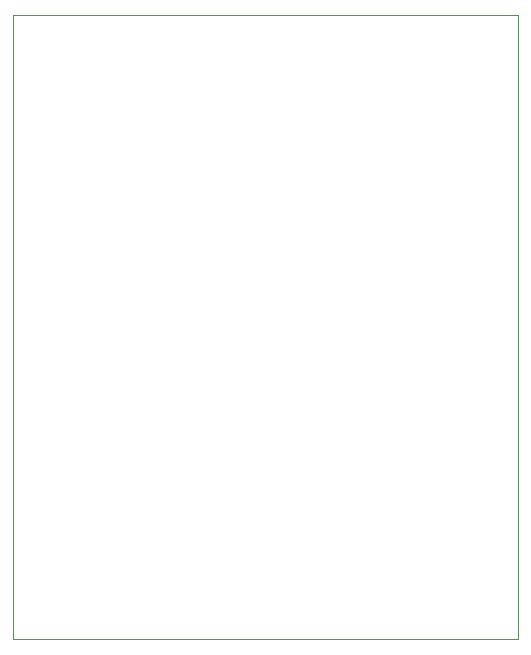
<source format=gbr>
G04*
G04 #@! TF.GenerationSoftware,Altium Limited,Altium Designer,24.3.1 (35)*
G04*
G04 Layer_Color=0*
%FSLAX25Y25*%
%MOIN*%
G70*
G04*
G04 #@! TF.SameCoordinates,2C43556E-CA56-414C-B847-F3BA9A1E951D*
G04*
G04*
G04 #@! TF.FilePolarity,Positive*
G04*
G01*
G75*
%ADD47C,0.00100*%
D47*
X287500Y219500D02*
Y427500D01*
X456000D01*
Y219500D01*
X287500D01*
M02*

</source>
